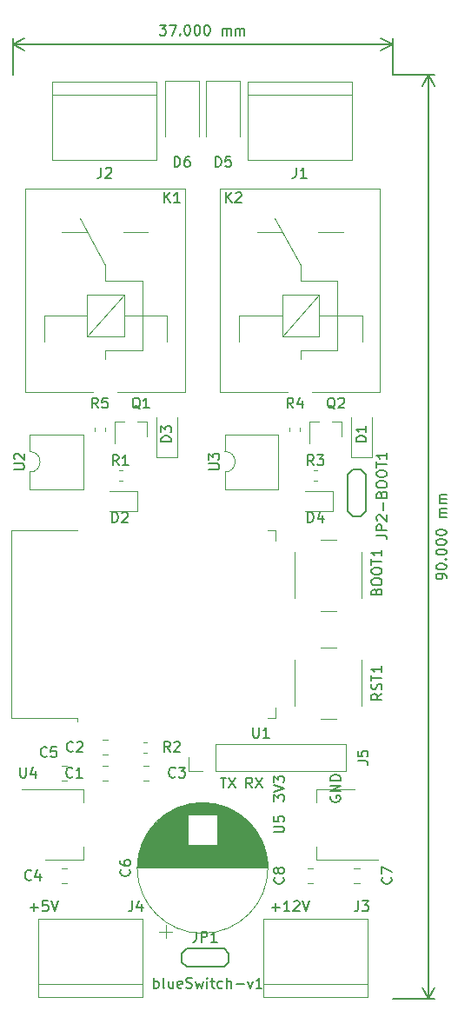
<source format=gbr>
%TF.GenerationSoftware,KiCad,Pcbnew,(5.1.6)-1*%
%TF.CreationDate,2020-08-04T14:24:57+05:30*%
%TF.ProjectId,ESP32-BLE-Relay-Control-Board,45535033-322d-4424-9c45-2d52656c6179,rev?*%
%TF.SameCoordinates,Original*%
%TF.FileFunction,Legend,Top*%
%TF.FilePolarity,Positive*%
%FSLAX46Y46*%
G04 Gerber Fmt 4.6, Leading zero omitted, Abs format (unit mm)*
G04 Created by KiCad (PCBNEW (5.1.6)-1) date 2020-08-04 14:24:57*
%MOMM*%
%LPD*%
G01*
G04 APERTURE LIST*
%ADD10C,0.150000*%
%ADD11C,0.120000*%
G04 APERTURE END LIST*
D10*
X114309523Y-65152380D02*
X114928571Y-65152380D01*
X114595238Y-65533333D01*
X114738095Y-65533333D01*
X114833333Y-65580952D01*
X114880952Y-65628571D01*
X114928571Y-65723809D01*
X114928571Y-65961904D01*
X114880952Y-66057142D01*
X114833333Y-66104761D01*
X114738095Y-66152380D01*
X114452380Y-66152380D01*
X114357142Y-66104761D01*
X114309523Y-66057142D01*
X115261904Y-65152380D02*
X115928571Y-65152380D01*
X115500000Y-66152380D01*
X116309523Y-66057142D02*
X116357142Y-66104761D01*
X116309523Y-66152380D01*
X116261904Y-66104761D01*
X116309523Y-66057142D01*
X116309523Y-66152380D01*
X116976190Y-65152380D02*
X117071428Y-65152380D01*
X117166666Y-65200000D01*
X117214285Y-65247619D01*
X117261904Y-65342857D01*
X117309523Y-65533333D01*
X117309523Y-65771428D01*
X117261904Y-65961904D01*
X117214285Y-66057142D01*
X117166666Y-66104761D01*
X117071428Y-66152380D01*
X116976190Y-66152380D01*
X116880952Y-66104761D01*
X116833333Y-66057142D01*
X116785714Y-65961904D01*
X116738095Y-65771428D01*
X116738095Y-65533333D01*
X116785714Y-65342857D01*
X116833333Y-65247619D01*
X116880952Y-65200000D01*
X116976190Y-65152380D01*
X117928571Y-65152380D02*
X118023809Y-65152380D01*
X118119047Y-65200000D01*
X118166666Y-65247619D01*
X118214285Y-65342857D01*
X118261904Y-65533333D01*
X118261904Y-65771428D01*
X118214285Y-65961904D01*
X118166666Y-66057142D01*
X118119047Y-66104761D01*
X118023809Y-66152380D01*
X117928571Y-66152380D01*
X117833333Y-66104761D01*
X117785714Y-66057142D01*
X117738095Y-65961904D01*
X117690476Y-65771428D01*
X117690476Y-65533333D01*
X117738095Y-65342857D01*
X117785714Y-65247619D01*
X117833333Y-65200000D01*
X117928571Y-65152380D01*
X118880952Y-65152380D02*
X118976190Y-65152380D01*
X119071428Y-65200000D01*
X119119047Y-65247619D01*
X119166666Y-65342857D01*
X119214285Y-65533333D01*
X119214285Y-65771428D01*
X119166666Y-65961904D01*
X119119047Y-66057142D01*
X119071428Y-66104761D01*
X118976190Y-66152380D01*
X118880952Y-66152380D01*
X118785714Y-66104761D01*
X118738095Y-66057142D01*
X118690476Y-65961904D01*
X118642857Y-65771428D01*
X118642857Y-65533333D01*
X118690476Y-65342857D01*
X118738095Y-65247619D01*
X118785714Y-65200000D01*
X118880952Y-65152380D01*
X120404761Y-66152380D02*
X120404761Y-65485714D01*
X120404761Y-65580952D02*
X120452380Y-65533333D01*
X120547619Y-65485714D01*
X120690476Y-65485714D01*
X120785714Y-65533333D01*
X120833333Y-65628571D01*
X120833333Y-66152380D01*
X120833333Y-65628571D02*
X120880952Y-65533333D01*
X120976190Y-65485714D01*
X121119047Y-65485714D01*
X121214285Y-65533333D01*
X121261904Y-65628571D01*
X121261904Y-66152380D01*
X121738095Y-66152380D02*
X121738095Y-65485714D01*
X121738095Y-65580952D02*
X121785714Y-65533333D01*
X121880952Y-65485714D01*
X122023809Y-65485714D01*
X122119047Y-65533333D01*
X122166666Y-65628571D01*
X122166666Y-66152380D01*
X122166666Y-65628571D02*
X122214285Y-65533333D01*
X122309523Y-65485714D01*
X122452380Y-65485714D01*
X122547619Y-65533333D01*
X122595238Y-65628571D01*
X122595238Y-66152380D01*
X100000000Y-67000000D02*
X137000000Y-67000000D01*
X100000000Y-70000000D02*
X100000000Y-66413579D01*
X137000000Y-70000000D02*
X137000000Y-66413579D01*
X137000000Y-67000000D02*
X135873496Y-67586421D01*
X137000000Y-67000000D02*
X135873496Y-66413579D01*
X100000000Y-67000000D02*
X101126504Y-67586421D01*
X100000000Y-67000000D02*
X101126504Y-66413579D01*
X142252380Y-119047619D02*
X142252380Y-118857142D01*
X142204761Y-118761904D01*
X142157142Y-118714285D01*
X142014285Y-118619047D01*
X141823809Y-118571428D01*
X141442857Y-118571428D01*
X141347619Y-118619047D01*
X141300000Y-118666666D01*
X141252380Y-118761904D01*
X141252380Y-118952380D01*
X141300000Y-119047619D01*
X141347619Y-119095238D01*
X141442857Y-119142857D01*
X141680952Y-119142857D01*
X141776190Y-119095238D01*
X141823809Y-119047619D01*
X141871428Y-118952380D01*
X141871428Y-118761904D01*
X141823809Y-118666666D01*
X141776190Y-118619047D01*
X141680952Y-118571428D01*
X141252380Y-117952380D02*
X141252380Y-117857142D01*
X141300000Y-117761904D01*
X141347619Y-117714285D01*
X141442857Y-117666666D01*
X141633333Y-117619047D01*
X141871428Y-117619047D01*
X142061904Y-117666666D01*
X142157142Y-117714285D01*
X142204761Y-117761904D01*
X142252380Y-117857142D01*
X142252380Y-117952380D01*
X142204761Y-118047619D01*
X142157142Y-118095238D01*
X142061904Y-118142857D01*
X141871428Y-118190476D01*
X141633333Y-118190476D01*
X141442857Y-118142857D01*
X141347619Y-118095238D01*
X141300000Y-118047619D01*
X141252380Y-117952380D01*
X142157142Y-117190476D02*
X142204761Y-117142857D01*
X142252380Y-117190476D01*
X142204761Y-117238095D01*
X142157142Y-117190476D01*
X142252380Y-117190476D01*
X141252380Y-116523809D02*
X141252380Y-116428571D01*
X141300000Y-116333333D01*
X141347619Y-116285714D01*
X141442857Y-116238095D01*
X141633333Y-116190476D01*
X141871428Y-116190476D01*
X142061904Y-116238095D01*
X142157142Y-116285714D01*
X142204761Y-116333333D01*
X142252380Y-116428571D01*
X142252380Y-116523809D01*
X142204761Y-116619047D01*
X142157142Y-116666666D01*
X142061904Y-116714285D01*
X141871428Y-116761904D01*
X141633333Y-116761904D01*
X141442857Y-116714285D01*
X141347619Y-116666666D01*
X141300000Y-116619047D01*
X141252380Y-116523809D01*
X141252380Y-115571428D02*
X141252380Y-115476190D01*
X141300000Y-115380952D01*
X141347619Y-115333333D01*
X141442857Y-115285714D01*
X141633333Y-115238095D01*
X141871428Y-115238095D01*
X142061904Y-115285714D01*
X142157142Y-115333333D01*
X142204761Y-115380952D01*
X142252380Y-115476190D01*
X142252380Y-115571428D01*
X142204761Y-115666666D01*
X142157142Y-115714285D01*
X142061904Y-115761904D01*
X141871428Y-115809523D01*
X141633333Y-115809523D01*
X141442857Y-115761904D01*
X141347619Y-115714285D01*
X141300000Y-115666666D01*
X141252380Y-115571428D01*
X141252380Y-114619047D02*
X141252380Y-114523809D01*
X141300000Y-114428571D01*
X141347619Y-114380952D01*
X141442857Y-114333333D01*
X141633333Y-114285714D01*
X141871428Y-114285714D01*
X142061904Y-114333333D01*
X142157142Y-114380952D01*
X142204761Y-114428571D01*
X142252380Y-114523809D01*
X142252380Y-114619047D01*
X142204761Y-114714285D01*
X142157142Y-114761904D01*
X142061904Y-114809523D01*
X141871428Y-114857142D01*
X141633333Y-114857142D01*
X141442857Y-114809523D01*
X141347619Y-114761904D01*
X141300000Y-114714285D01*
X141252380Y-114619047D01*
X142252380Y-113095238D02*
X141585714Y-113095238D01*
X141680952Y-113095238D02*
X141633333Y-113047619D01*
X141585714Y-112952380D01*
X141585714Y-112809523D01*
X141633333Y-112714285D01*
X141728571Y-112666666D01*
X142252380Y-112666666D01*
X141728571Y-112666666D02*
X141633333Y-112619047D01*
X141585714Y-112523809D01*
X141585714Y-112380952D01*
X141633333Y-112285714D01*
X141728571Y-112238095D01*
X142252380Y-112238095D01*
X142252380Y-111761904D02*
X141585714Y-111761904D01*
X141680952Y-111761904D02*
X141633333Y-111714285D01*
X141585714Y-111619047D01*
X141585714Y-111476190D01*
X141633333Y-111380952D01*
X141728571Y-111333333D01*
X142252380Y-111333333D01*
X141728571Y-111333333D02*
X141633333Y-111285714D01*
X141585714Y-111190476D01*
X141585714Y-111047619D01*
X141633333Y-110952380D01*
X141728571Y-110904761D01*
X142252380Y-110904761D01*
X140500000Y-160000000D02*
X140500000Y-70000000D01*
X137000000Y-160000000D02*
X141086421Y-160000000D01*
X137000000Y-70000000D02*
X141086421Y-70000000D01*
X140500000Y-70000000D02*
X141086421Y-71126504D01*
X140500000Y-70000000D02*
X139913579Y-71126504D01*
X140500000Y-160000000D02*
X141086421Y-158873496D01*
X140500000Y-160000000D02*
X139913579Y-158873496D01*
X125238095Y-151071428D02*
X126000000Y-151071428D01*
X125619047Y-151452380D02*
X125619047Y-150690476D01*
X127000000Y-151452380D02*
X126428571Y-151452380D01*
X126714285Y-151452380D02*
X126714285Y-150452380D01*
X126619047Y-150595238D01*
X126523809Y-150690476D01*
X126428571Y-150738095D01*
X127380952Y-150547619D02*
X127428571Y-150500000D01*
X127523809Y-150452380D01*
X127761904Y-150452380D01*
X127857142Y-150500000D01*
X127904761Y-150547619D01*
X127952380Y-150642857D01*
X127952380Y-150738095D01*
X127904761Y-150880952D01*
X127333333Y-151452380D01*
X127952380Y-151452380D01*
X128238095Y-150452380D02*
X128571428Y-151452380D01*
X128904761Y-150452380D01*
X101714285Y-151071428D02*
X102476190Y-151071428D01*
X102095238Y-151452380D02*
X102095238Y-150690476D01*
X103428571Y-150452380D02*
X102952380Y-150452380D01*
X102904761Y-150928571D01*
X102952380Y-150880952D01*
X103047619Y-150833333D01*
X103285714Y-150833333D01*
X103380952Y-150880952D01*
X103428571Y-150928571D01*
X103476190Y-151023809D01*
X103476190Y-151261904D01*
X103428571Y-151357142D01*
X103380952Y-151404761D01*
X103285714Y-151452380D01*
X103047619Y-151452380D01*
X102952380Y-151404761D01*
X102904761Y-151357142D01*
X103761904Y-150452380D02*
X104095238Y-151452380D01*
X104428571Y-150452380D01*
X113761904Y-158952380D02*
X113761904Y-157952380D01*
X113761904Y-158333333D02*
X113857142Y-158285714D01*
X114047619Y-158285714D01*
X114142857Y-158333333D01*
X114190476Y-158380952D01*
X114238095Y-158476190D01*
X114238095Y-158761904D01*
X114190476Y-158857142D01*
X114142857Y-158904761D01*
X114047619Y-158952380D01*
X113857142Y-158952380D01*
X113761904Y-158904761D01*
X114809523Y-158952380D02*
X114714285Y-158904761D01*
X114666666Y-158809523D01*
X114666666Y-157952380D01*
X115619047Y-158285714D02*
X115619047Y-158952380D01*
X115190476Y-158285714D02*
X115190476Y-158809523D01*
X115238095Y-158904761D01*
X115333333Y-158952380D01*
X115476190Y-158952380D01*
X115571428Y-158904761D01*
X115619047Y-158857142D01*
X116476190Y-158904761D02*
X116380952Y-158952380D01*
X116190476Y-158952380D01*
X116095238Y-158904761D01*
X116047619Y-158809523D01*
X116047619Y-158428571D01*
X116095238Y-158333333D01*
X116190476Y-158285714D01*
X116380952Y-158285714D01*
X116476190Y-158333333D01*
X116523809Y-158428571D01*
X116523809Y-158523809D01*
X116047619Y-158619047D01*
X116904761Y-158904761D02*
X117047619Y-158952380D01*
X117285714Y-158952380D01*
X117380952Y-158904761D01*
X117428571Y-158857142D01*
X117476190Y-158761904D01*
X117476190Y-158666666D01*
X117428571Y-158571428D01*
X117380952Y-158523809D01*
X117285714Y-158476190D01*
X117095238Y-158428571D01*
X117000000Y-158380952D01*
X116952380Y-158333333D01*
X116904761Y-158238095D01*
X116904761Y-158142857D01*
X116952380Y-158047619D01*
X117000000Y-158000000D01*
X117095238Y-157952380D01*
X117333333Y-157952380D01*
X117476190Y-158000000D01*
X117809523Y-158285714D02*
X118000000Y-158952380D01*
X118190476Y-158476190D01*
X118380952Y-158952380D01*
X118571428Y-158285714D01*
X118952380Y-158952380D02*
X118952380Y-158285714D01*
X118952380Y-157952380D02*
X118904761Y-158000000D01*
X118952380Y-158047619D01*
X119000000Y-158000000D01*
X118952380Y-157952380D01*
X118952380Y-158047619D01*
X119285714Y-158285714D02*
X119666666Y-158285714D01*
X119428571Y-157952380D02*
X119428571Y-158809523D01*
X119476190Y-158904761D01*
X119571428Y-158952380D01*
X119666666Y-158952380D01*
X120428571Y-158904761D02*
X120333333Y-158952380D01*
X120142857Y-158952380D01*
X120047619Y-158904761D01*
X120000000Y-158857142D01*
X119952380Y-158761904D01*
X119952380Y-158476190D01*
X120000000Y-158380952D01*
X120047619Y-158333333D01*
X120142857Y-158285714D01*
X120333333Y-158285714D01*
X120428571Y-158333333D01*
X120857142Y-158952380D02*
X120857142Y-157952380D01*
X121285714Y-158952380D02*
X121285714Y-158428571D01*
X121238095Y-158333333D01*
X121142857Y-158285714D01*
X121000000Y-158285714D01*
X120904761Y-158333333D01*
X120857142Y-158380952D01*
X121761904Y-158571428D02*
X122523809Y-158571428D01*
X122904761Y-158285714D02*
X123142857Y-158952380D01*
X123380952Y-158285714D01*
X124285714Y-158952380D02*
X123714285Y-158952380D01*
X124000000Y-158952380D02*
X124000000Y-157952380D01*
X123904761Y-158095238D01*
X123809523Y-158190476D01*
X123714285Y-158238095D01*
X131000000Y-140261904D02*
X130952380Y-140357142D01*
X130952380Y-140500000D01*
X131000000Y-140642857D01*
X131095238Y-140738095D01*
X131190476Y-140785714D01*
X131380952Y-140833333D01*
X131523809Y-140833333D01*
X131714285Y-140785714D01*
X131809523Y-140738095D01*
X131904761Y-140642857D01*
X131952380Y-140500000D01*
X131952380Y-140404761D01*
X131904761Y-140261904D01*
X131857142Y-140214285D01*
X131523809Y-140214285D01*
X131523809Y-140404761D01*
X131952380Y-139785714D02*
X130952380Y-139785714D01*
X131952380Y-139214285D01*
X130952380Y-139214285D01*
X131952380Y-138738095D02*
X130952380Y-138738095D01*
X130952380Y-138500000D01*
X131000000Y-138357142D01*
X131095238Y-138261904D01*
X131190476Y-138214285D01*
X131380952Y-138166666D01*
X131523809Y-138166666D01*
X131714285Y-138214285D01*
X131809523Y-138261904D01*
X131904761Y-138357142D01*
X131952380Y-138500000D01*
X131952380Y-138738095D01*
X125452380Y-140738095D02*
X125452380Y-140119047D01*
X125833333Y-140452380D01*
X125833333Y-140309523D01*
X125880952Y-140214285D01*
X125928571Y-140166666D01*
X126023809Y-140119047D01*
X126261904Y-140119047D01*
X126357142Y-140166666D01*
X126404761Y-140214285D01*
X126452380Y-140309523D01*
X126452380Y-140595238D01*
X126404761Y-140690476D01*
X126357142Y-140738095D01*
X125452380Y-139833333D02*
X126452380Y-139500000D01*
X125452380Y-139166666D01*
X125452380Y-138928571D02*
X125452380Y-138309523D01*
X125833333Y-138642857D01*
X125833333Y-138500000D01*
X125880952Y-138404761D01*
X125928571Y-138357142D01*
X126023809Y-138309523D01*
X126261904Y-138309523D01*
X126357142Y-138357142D01*
X126404761Y-138404761D01*
X126452380Y-138500000D01*
X126452380Y-138785714D01*
X126404761Y-138880952D01*
X126357142Y-138928571D01*
X123333333Y-139452380D02*
X123000000Y-138976190D01*
X122761904Y-139452380D02*
X122761904Y-138452380D01*
X123142857Y-138452380D01*
X123238095Y-138500000D01*
X123285714Y-138547619D01*
X123333333Y-138642857D01*
X123333333Y-138785714D01*
X123285714Y-138880952D01*
X123238095Y-138928571D01*
X123142857Y-138976190D01*
X122761904Y-138976190D01*
X123666666Y-138452380D02*
X124333333Y-139452380D01*
X124333333Y-138452380D02*
X123666666Y-139452380D01*
X120238095Y-138452380D02*
X120809523Y-138452380D01*
X120523809Y-139452380D02*
X120523809Y-138452380D01*
X121047619Y-138452380D02*
X121714285Y-139452380D01*
X121714285Y-138452380D02*
X121047619Y-139452380D01*
D11*
%TO.C,U5*%
X129590000Y-139590000D02*
X129590000Y-140850000D01*
X129590000Y-146410000D02*
X129590000Y-145150000D01*
X133350000Y-139590000D02*
X129590000Y-139590000D01*
X135600000Y-146410000D02*
X129590000Y-146410000D01*
%TO.C,R5*%
X107990000Y-104671267D02*
X107990000Y-104328733D01*
X109010000Y-104671267D02*
X109010000Y-104328733D01*
%TO.C,R4*%
X126990000Y-104671267D02*
X126990000Y-104328733D01*
X128010000Y-104671267D02*
X128010000Y-104328733D01*
%TO.C,C8*%
X128763748Y-147290000D02*
X129286252Y-147290000D01*
X128763748Y-148710000D02*
X129286252Y-148710000D01*
%TO.C,C7*%
X133263748Y-147290000D02*
X133786252Y-147290000D01*
X133263748Y-148710000D02*
X133786252Y-148710000D01*
D10*
%TO.C,JP2-BOOT1*%
X133100000Y-113030000D02*
X132600000Y-112530000D01*
X133900000Y-113030000D02*
X133100000Y-113030000D01*
X134400000Y-112530000D02*
X133900000Y-113030000D01*
X134400000Y-108930000D02*
X134400000Y-112530000D01*
X133900000Y-108430000D02*
X134400000Y-108930000D01*
X133100000Y-108430000D02*
X133900000Y-108430000D01*
X132600000Y-108930000D02*
X133100000Y-108430000D01*
X132600000Y-112530000D02*
X132600000Y-108930000D01*
D11*
%TO.C,J5*%
X117130000Y-137830000D02*
X117130000Y-136500000D01*
X118460000Y-137830000D02*
X117130000Y-137830000D01*
X119730000Y-137830000D02*
X119730000Y-135170000D01*
X119730000Y-135170000D02*
X132490000Y-135170000D01*
X119730000Y-137830000D02*
X132490000Y-137830000D01*
X132490000Y-137830000D02*
X132490000Y-135170000D01*
%TO.C,D6*%
X118150000Y-70600000D02*
X118150000Y-76000000D01*
X114850000Y-70600000D02*
X114850000Y-76000000D01*
X118150000Y-70600000D02*
X114850000Y-70600000D01*
%TO.C,D5*%
X122150000Y-70600000D02*
X122150000Y-76000000D01*
X118850000Y-70600000D02*
X118850000Y-76000000D01*
X122150000Y-70600000D02*
X118850000Y-70600000D01*
%TO.C,U4*%
X100900000Y-139590000D02*
X106910000Y-139590000D01*
X103150000Y-146410000D02*
X106910000Y-146410000D01*
X106910000Y-139590000D02*
X106910000Y-140850000D01*
X106910000Y-146410000D02*
X106910000Y-145150000D01*
D10*
%TO.C,JP1*%
X121070000Y-156400000D02*
X120570000Y-156900000D01*
X121070000Y-155600000D02*
X121070000Y-156400000D01*
X120570000Y-155100000D02*
X121070000Y-155600000D01*
X116970000Y-155100000D02*
X120570000Y-155100000D01*
X116470000Y-155600000D02*
X116970000Y-155100000D01*
X116470000Y-156400000D02*
X116470000Y-155600000D01*
X116970000Y-156900000D02*
X116470000Y-156400000D01*
X120570000Y-156900000D02*
X116970000Y-156900000D01*
D11*
%TO.C,J4*%
X102460000Y-159810000D02*
X112620000Y-159810000D01*
X102460000Y-152190000D02*
X102460000Y-159810000D01*
X112620000Y-152190000D02*
X102460000Y-152190000D01*
X112620000Y-159810000D02*
X112620000Y-152190000D01*
X112620000Y-158540000D02*
X102460000Y-158540000D01*
%TO.C,J3*%
X124460000Y-159810000D02*
X134620000Y-159810000D01*
X124460000Y-152190000D02*
X124460000Y-159810000D01*
X134620000Y-152190000D02*
X124460000Y-152190000D01*
X134620000Y-159810000D02*
X134620000Y-152190000D01*
X134620000Y-158540000D02*
X124460000Y-158540000D01*
%TO.C,J2*%
X114040000Y-70690000D02*
X103880000Y-70690000D01*
X114040000Y-78310000D02*
X114040000Y-70690000D01*
X103880000Y-78310000D02*
X114040000Y-78310000D01*
X103880000Y-70690000D02*
X103880000Y-78310000D01*
X103880000Y-71960000D02*
X114040000Y-71960000D01*
%TO.C,J1*%
X133040000Y-70690000D02*
X122880000Y-70690000D01*
X133040000Y-78310000D02*
X133040000Y-70690000D01*
X122880000Y-78310000D02*
X133040000Y-78310000D01*
X122880000Y-70690000D02*
X122880000Y-78310000D01*
X122880000Y-71960000D02*
X133040000Y-71960000D01*
%TO.C,C6*%
X114300000Y-153442082D02*
X115550000Y-153442082D01*
X114925000Y-154067082D02*
X114925000Y-152817082D01*
X118183000Y-140889000D02*
X118817000Y-140889000D01*
X117743000Y-140929000D02*
X119257000Y-140929000D01*
X117472000Y-140969000D02*
X119528000Y-140969000D01*
X117259000Y-141009000D02*
X119741000Y-141009000D01*
X117078000Y-141049000D02*
X119922000Y-141049000D01*
X116917000Y-141089000D02*
X120083000Y-141089000D01*
X116772000Y-141129000D02*
X120228000Y-141129000D01*
X116639000Y-141169000D02*
X120361000Y-141169000D01*
X116516000Y-141209000D02*
X120484000Y-141209000D01*
X116400000Y-141249000D02*
X120600000Y-141249000D01*
X116291000Y-141289000D02*
X120709000Y-141289000D01*
X116188000Y-141329000D02*
X120812000Y-141329000D01*
X116090000Y-141369000D02*
X120910000Y-141369000D01*
X115996000Y-141409000D02*
X121004000Y-141409000D01*
X115906000Y-141449000D02*
X121094000Y-141449000D01*
X115819000Y-141489000D02*
X121181000Y-141489000D01*
X115736000Y-141529000D02*
X121264000Y-141529000D01*
X115656000Y-141569000D02*
X121344000Y-141569000D01*
X115579000Y-141609000D02*
X121421000Y-141609000D01*
X115504000Y-141649000D02*
X121496000Y-141649000D01*
X115431000Y-141689000D02*
X121569000Y-141689000D01*
X115360000Y-141729000D02*
X121640000Y-141729000D01*
X115292000Y-141769000D02*
X121708000Y-141769000D01*
X115225000Y-141809000D02*
X121775000Y-141809000D01*
X115161000Y-141849000D02*
X121839000Y-141849000D01*
X115098000Y-141889000D02*
X121902000Y-141889000D01*
X115036000Y-141929000D02*
X121964000Y-141929000D01*
X114976000Y-141969000D02*
X122024000Y-141969000D01*
X114917000Y-142009000D02*
X122083000Y-142009000D01*
X114860000Y-142049000D02*
X122140000Y-142049000D01*
X119940000Y-142089000D02*
X122196000Y-142089000D01*
X114804000Y-142089000D02*
X117060000Y-142089000D01*
X119940000Y-142129000D02*
X122250000Y-142129000D01*
X114750000Y-142129000D02*
X117060000Y-142129000D01*
X119940000Y-142169000D02*
X122304000Y-142169000D01*
X114696000Y-142169000D02*
X117060000Y-142169000D01*
X119940000Y-142209000D02*
X122356000Y-142209000D01*
X114644000Y-142209000D02*
X117060000Y-142209000D01*
X119940000Y-142249000D02*
X122407000Y-142249000D01*
X114593000Y-142249000D02*
X117060000Y-142249000D01*
X119940000Y-142289000D02*
X122457000Y-142289000D01*
X114543000Y-142289000D02*
X117060000Y-142289000D01*
X119940000Y-142329000D02*
X122507000Y-142329000D01*
X114493000Y-142329000D02*
X117060000Y-142329000D01*
X119940000Y-142369000D02*
X122555000Y-142369000D01*
X114445000Y-142369000D02*
X117060000Y-142369000D01*
X119940000Y-142409000D02*
X122602000Y-142409000D01*
X114398000Y-142409000D02*
X117060000Y-142409000D01*
X119940000Y-142449000D02*
X122648000Y-142449000D01*
X114352000Y-142449000D02*
X117060000Y-142449000D01*
X119940000Y-142489000D02*
X122694000Y-142489000D01*
X114306000Y-142489000D02*
X117060000Y-142489000D01*
X119940000Y-142529000D02*
X122738000Y-142529000D01*
X114262000Y-142529000D02*
X117060000Y-142529000D01*
X119940000Y-142569000D02*
X122782000Y-142569000D01*
X114218000Y-142569000D02*
X117060000Y-142569000D01*
X119940000Y-142609000D02*
X122825000Y-142609000D01*
X114175000Y-142609000D02*
X117060000Y-142609000D01*
X119940000Y-142649000D02*
X122867000Y-142649000D01*
X114133000Y-142649000D02*
X117060000Y-142649000D01*
X119940000Y-142689000D02*
X122908000Y-142689000D01*
X114092000Y-142689000D02*
X117060000Y-142689000D01*
X119940000Y-142729000D02*
X122949000Y-142729000D01*
X114051000Y-142729000D02*
X117060000Y-142729000D01*
X119940000Y-142769000D02*
X122989000Y-142769000D01*
X114011000Y-142769000D02*
X117060000Y-142769000D01*
X119940000Y-142809000D02*
X123028000Y-142809000D01*
X113972000Y-142809000D02*
X117060000Y-142809000D01*
X119940000Y-142849000D02*
X123067000Y-142849000D01*
X113933000Y-142849000D02*
X117060000Y-142849000D01*
X119940000Y-142889000D02*
X123105000Y-142889000D01*
X113895000Y-142889000D02*
X117060000Y-142889000D01*
X119940000Y-142929000D02*
X123142000Y-142929000D01*
X113858000Y-142929000D02*
X117060000Y-142929000D01*
X119940000Y-142969000D02*
X123178000Y-142969000D01*
X113822000Y-142969000D02*
X117060000Y-142969000D01*
X119940000Y-143009000D02*
X123214000Y-143009000D01*
X113786000Y-143009000D02*
X117060000Y-143009000D01*
X119940000Y-143049000D02*
X123250000Y-143049000D01*
X113750000Y-143049000D02*
X117060000Y-143049000D01*
X119940000Y-143089000D02*
X123285000Y-143089000D01*
X113715000Y-143089000D02*
X117060000Y-143089000D01*
X119940000Y-143129000D02*
X123319000Y-143129000D01*
X113681000Y-143129000D02*
X117060000Y-143129000D01*
X119940000Y-143169000D02*
X123352000Y-143169000D01*
X113648000Y-143169000D02*
X117060000Y-143169000D01*
X119940000Y-143209000D02*
X123385000Y-143209000D01*
X113615000Y-143209000D02*
X117060000Y-143209000D01*
X119940000Y-143249000D02*
X123418000Y-143249000D01*
X113582000Y-143249000D02*
X117060000Y-143249000D01*
X119940000Y-143289000D02*
X123450000Y-143289000D01*
X113550000Y-143289000D02*
X117060000Y-143289000D01*
X119940000Y-143329000D02*
X123482000Y-143329000D01*
X113518000Y-143329000D02*
X117060000Y-143329000D01*
X119940000Y-143369000D02*
X123512000Y-143369000D01*
X113488000Y-143369000D02*
X117060000Y-143369000D01*
X119940000Y-143409000D02*
X123543000Y-143409000D01*
X113457000Y-143409000D02*
X117060000Y-143409000D01*
X119940000Y-143449000D02*
X123573000Y-143449000D01*
X113427000Y-143449000D02*
X117060000Y-143449000D01*
X119940000Y-143489000D02*
X123602000Y-143489000D01*
X113398000Y-143489000D02*
X117060000Y-143489000D01*
X119940000Y-143529000D02*
X123631000Y-143529000D01*
X113369000Y-143529000D02*
X117060000Y-143529000D01*
X119940000Y-143569000D02*
X123660000Y-143569000D01*
X113340000Y-143569000D02*
X117060000Y-143569000D01*
X119940000Y-143609000D02*
X123688000Y-143609000D01*
X113312000Y-143609000D02*
X117060000Y-143609000D01*
X119940000Y-143649000D02*
X123716000Y-143649000D01*
X113284000Y-143649000D02*
X117060000Y-143649000D01*
X119940000Y-143689000D02*
X123743000Y-143689000D01*
X113257000Y-143689000D02*
X117060000Y-143689000D01*
X119940000Y-143729000D02*
X123770000Y-143729000D01*
X113230000Y-143729000D02*
X117060000Y-143729000D01*
X119940000Y-143769000D02*
X123796000Y-143769000D01*
X113204000Y-143769000D02*
X117060000Y-143769000D01*
X119940000Y-143809000D02*
X123822000Y-143809000D01*
X113178000Y-143809000D02*
X117060000Y-143809000D01*
X119940000Y-143849000D02*
X123847000Y-143849000D01*
X113153000Y-143849000D02*
X117060000Y-143849000D01*
X119940000Y-143889000D02*
X123872000Y-143889000D01*
X113128000Y-143889000D02*
X117060000Y-143889000D01*
X119940000Y-143929000D02*
X123897000Y-143929000D01*
X113103000Y-143929000D02*
X117060000Y-143929000D01*
X119940000Y-143969000D02*
X123921000Y-143969000D01*
X113079000Y-143969000D02*
X117060000Y-143969000D01*
X119940000Y-144009000D02*
X123945000Y-144009000D01*
X113055000Y-144009000D02*
X117060000Y-144009000D01*
X119940000Y-144049000D02*
X123968000Y-144049000D01*
X113032000Y-144049000D02*
X117060000Y-144049000D01*
X119940000Y-144089000D02*
X123991000Y-144089000D01*
X113009000Y-144089000D02*
X117060000Y-144089000D01*
X119940000Y-144129000D02*
X124014000Y-144129000D01*
X112986000Y-144129000D02*
X117060000Y-144129000D01*
X119940000Y-144169000D02*
X124036000Y-144169000D01*
X112964000Y-144169000D02*
X117060000Y-144169000D01*
X119940000Y-144209000D02*
X124058000Y-144209000D01*
X112942000Y-144209000D02*
X117060000Y-144209000D01*
X119940000Y-144249000D02*
X124080000Y-144249000D01*
X112920000Y-144249000D02*
X117060000Y-144249000D01*
X119940000Y-144289000D02*
X124101000Y-144289000D01*
X112899000Y-144289000D02*
X117060000Y-144289000D01*
X119940000Y-144329000D02*
X124122000Y-144329000D01*
X112878000Y-144329000D02*
X117060000Y-144329000D01*
X119940000Y-144369000D02*
X124142000Y-144369000D01*
X112858000Y-144369000D02*
X117060000Y-144369000D01*
X119940000Y-144409000D02*
X124162000Y-144409000D01*
X112838000Y-144409000D02*
X117060000Y-144409000D01*
X119940000Y-144449000D02*
X124182000Y-144449000D01*
X112818000Y-144449000D02*
X117060000Y-144449000D01*
X119940000Y-144489000D02*
X124202000Y-144489000D01*
X112798000Y-144489000D02*
X117060000Y-144489000D01*
X119940000Y-144529000D02*
X124221000Y-144529000D01*
X112779000Y-144529000D02*
X117060000Y-144529000D01*
X119940000Y-144569000D02*
X124239000Y-144569000D01*
X112761000Y-144569000D02*
X117060000Y-144569000D01*
X119940000Y-144609000D02*
X124258000Y-144609000D01*
X112742000Y-144609000D02*
X117060000Y-144609000D01*
X119940000Y-144649000D02*
X124276000Y-144649000D01*
X112724000Y-144649000D02*
X117060000Y-144649000D01*
X119940000Y-144689000D02*
X124293000Y-144689000D01*
X112707000Y-144689000D02*
X117060000Y-144689000D01*
X119940000Y-144729000D02*
X124311000Y-144729000D01*
X112689000Y-144729000D02*
X117060000Y-144729000D01*
X119940000Y-144769000D02*
X124328000Y-144769000D01*
X112672000Y-144769000D02*
X117060000Y-144769000D01*
X119940000Y-144809000D02*
X124345000Y-144809000D01*
X112655000Y-144809000D02*
X117060000Y-144809000D01*
X119940000Y-144849000D02*
X124361000Y-144849000D01*
X112639000Y-144849000D02*
X117060000Y-144849000D01*
X119940000Y-144889000D02*
X124377000Y-144889000D01*
X112623000Y-144889000D02*
X117060000Y-144889000D01*
X119940000Y-144929000D02*
X124393000Y-144929000D01*
X112607000Y-144929000D02*
X117060000Y-144929000D01*
X112592000Y-144969000D02*
X124408000Y-144969000D01*
X112576000Y-145009000D02*
X124424000Y-145009000D01*
X112561000Y-145049000D02*
X124439000Y-145049000D01*
X112547000Y-145089000D02*
X124453000Y-145089000D01*
X112533000Y-145129000D02*
X124467000Y-145129000D01*
X112519000Y-145169000D02*
X124481000Y-145169000D01*
X112505000Y-145209000D02*
X124495000Y-145209000D01*
X112492000Y-145249000D02*
X124508000Y-145249000D01*
X112479000Y-145289000D02*
X124521000Y-145289000D01*
X112466000Y-145329000D02*
X124534000Y-145329000D01*
X112453000Y-145369000D02*
X124547000Y-145369000D01*
X112441000Y-145409000D02*
X124559000Y-145409000D01*
X112429000Y-145449000D02*
X124571000Y-145449000D01*
X112417000Y-145489000D02*
X124583000Y-145489000D01*
X112406000Y-145529000D02*
X124594000Y-145529000D01*
X112395000Y-145569000D02*
X124605000Y-145569000D01*
X112384000Y-145609000D02*
X124616000Y-145609000D01*
X112374000Y-145649000D02*
X124626000Y-145649000D01*
X112363000Y-145689000D02*
X124637000Y-145689000D01*
X112354000Y-145729000D02*
X124646000Y-145729000D01*
X112344000Y-145769000D02*
X124656000Y-145769000D01*
X112334000Y-145809000D02*
X124666000Y-145809000D01*
X112325000Y-145849000D02*
X124675000Y-145849000D01*
X112316000Y-145889000D02*
X124684000Y-145889000D01*
X112308000Y-145929000D02*
X124692000Y-145929000D01*
X112299000Y-145969000D02*
X124701000Y-145969000D01*
X112291000Y-146009000D02*
X124709000Y-146009000D01*
X112284000Y-146049000D02*
X124716000Y-146049000D01*
X112276000Y-146089000D02*
X124724000Y-146089000D01*
X112269000Y-146129000D02*
X124731000Y-146129000D01*
X112262000Y-146169000D02*
X124738000Y-146169000D01*
X112255000Y-146209000D02*
X124745000Y-146209000D01*
X112248000Y-146249000D02*
X124752000Y-146249000D01*
X112242000Y-146289000D02*
X124758000Y-146289000D01*
X112236000Y-146329000D02*
X124764000Y-146329000D01*
X112231000Y-146369000D02*
X124769000Y-146369000D01*
X112225000Y-146409000D02*
X124775000Y-146409000D01*
X112220000Y-146449000D02*
X124780000Y-146449000D01*
X112215000Y-146489000D02*
X124785000Y-146489000D01*
X112210000Y-146529000D02*
X124790000Y-146529000D01*
X112206000Y-146570000D02*
X124794000Y-146570000D01*
X112202000Y-146610000D02*
X124798000Y-146610000D01*
X112198000Y-146650000D02*
X124802000Y-146650000D01*
X112194000Y-146690000D02*
X124806000Y-146690000D01*
X112191000Y-146730000D02*
X124809000Y-146730000D01*
X112188000Y-146770000D02*
X124812000Y-146770000D01*
X112185000Y-146810000D02*
X124815000Y-146810000D01*
X112182000Y-146850000D02*
X124818000Y-146850000D01*
X112180000Y-146890000D02*
X124820000Y-146890000D01*
X112178000Y-146930000D02*
X124822000Y-146930000D01*
X112176000Y-146970000D02*
X124824000Y-146970000D01*
X112174000Y-147010000D02*
X124826000Y-147010000D01*
X112173000Y-147050000D02*
X124827000Y-147050000D01*
X112172000Y-147090000D02*
X124828000Y-147090000D01*
X112171000Y-147130000D02*
X124829000Y-147130000D01*
X112170000Y-147170000D02*
X124830000Y-147170000D01*
X112170000Y-147210000D02*
X124830000Y-147210000D01*
X112170000Y-147250000D02*
X124830000Y-147250000D01*
X124870000Y-147250000D02*
G75*
G03*
X124870000Y-147250000I-6370000J0D01*
G01*
%TO.C,C5*%
X104763748Y-138710000D02*
X105286252Y-138710000D01*
X104763748Y-137290000D02*
X105286252Y-137290000D01*
%TO.C,C4*%
X104738748Y-148710000D02*
X105261252Y-148710000D01*
X104738748Y-147290000D02*
X105261252Y-147290000D01*
%TO.C,U1*%
X124855000Y-132620000D02*
X125635000Y-132620000D01*
X125635000Y-132620000D02*
X125635000Y-131620000D01*
X124855000Y-114380000D02*
X125635000Y-114380000D01*
X125635000Y-114380000D02*
X125635000Y-115380000D01*
X99890000Y-132620000D02*
X99890000Y-114380000D01*
X99890000Y-114380000D02*
X106310000Y-114380000D01*
X99890000Y-132620000D02*
X106310000Y-132620000D01*
X106310000Y-132620000D02*
X106310000Y-133000000D01*
%TO.C,BOOT1*%
X131500000Y-115250000D02*
X130000000Y-115250000D01*
X127500000Y-116500000D02*
X127500000Y-121000000D01*
X130000000Y-122250000D02*
X131500000Y-122250000D01*
X134000000Y-121000000D02*
X134000000Y-116500000D01*
%TO.C,RST1*%
X131500000Y-125750000D02*
X130000000Y-125750000D01*
X127500000Y-127000000D02*
X127500000Y-131500000D01*
X130000000Y-132750000D02*
X131500000Y-132750000D01*
X134000000Y-131500000D02*
X134000000Y-127000000D01*
%TO.C,D3*%
X114000000Y-107250000D02*
X114000000Y-103350000D01*
X116000000Y-107250000D02*
X116000000Y-103350000D01*
X114000000Y-107250000D02*
X116000000Y-107250000D01*
%TO.C,D1*%
X133000000Y-107250000D02*
X133000000Y-103350000D01*
X135000000Y-107250000D02*
X135000000Y-103350000D01*
X133000000Y-107250000D02*
X135000000Y-107250000D01*
%TO.C,U3*%
X120670000Y-105040000D02*
X120670000Y-106690000D01*
X125870000Y-105040000D02*
X120670000Y-105040000D01*
X125870000Y-110340000D02*
X125870000Y-105040000D01*
X120670000Y-110340000D02*
X125870000Y-110340000D01*
X120670000Y-108690000D02*
X120670000Y-110340000D01*
X120670000Y-106690000D02*
G75*
G02*
X120670000Y-108690000I0J-1000000D01*
G01*
%TO.C,R3*%
X129328733Y-109510000D02*
X129671267Y-109510000D01*
X129328733Y-108490000D02*
X129671267Y-108490000D01*
%TO.C,Q2*%
X132080000Y-103740000D02*
X132080000Y-105200000D01*
X128920000Y-103740000D02*
X128920000Y-105900000D01*
X128920000Y-103740000D02*
X129850000Y-103740000D01*
X132080000Y-103740000D02*
X131150000Y-103740000D01*
%TO.C,K2*%
X129850000Y-91450000D02*
X129850000Y-95450000D01*
X126250000Y-91450000D02*
X129850000Y-91450000D01*
X126250000Y-95450000D02*
X126250000Y-91450000D01*
X129850000Y-95450000D02*
X126250000Y-95450000D01*
X129850000Y-91450000D02*
X126250000Y-95450000D01*
X129850000Y-93450000D02*
X134050000Y-93450000D01*
X122050000Y-93450000D02*
X126250000Y-93450000D01*
X128050000Y-96850000D02*
X131650000Y-96850000D01*
X128050000Y-90050000D02*
X131650000Y-90050000D01*
X131650000Y-90050000D02*
X131650000Y-96850000D01*
X128050000Y-88550000D02*
X125550000Y-83950000D01*
X128050000Y-90050000D02*
X128050000Y-88550000D01*
X122050000Y-93450000D02*
X122050000Y-95950000D01*
X128050000Y-96850000D02*
X128050000Y-97650000D01*
X134050000Y-95950000D02*
X134050000Y-93450000D01*
X123800000Y-85350000D02*
X126300000Y-85350000D01*
X132200000Y-85350000D02*
X129750000Y-85350000D01*
X135800000Y-81100000D02*
X135800000Y-100900000D01*
X120200000Y-81100000D02*
X135800000Y-81100000D01*
X120200000Y-100900000D02*
X120200000Y-81100000D01*
X120200000Y-100900000D02*
X126800000Y-100900000D01*
X129200000Y-100900000D02*
X135800000Y-100900000D01*
%TO.C,D4*%
X131185000Y-110540000D02*
X128500000Y-110540000D01*
X131185000Y-112460000D02*
X131185000Y-110540000D01*
X128500000Y-112460000D02*
X131185000Y-112460000D01*
%TO.C,C3*%
X113261252Y-138710000D02*
X112738748Y-138710000D01*
X113261252Y-137290000D02*
X112738748Y-137290000D01*
%TO.C,C2*%
X109286252Y-136210000D02*
X108763748Y-136210000D01*
X109286252Y-134790000D02*
X108763748Y-134790000D01*
%TO.C,C1*%
X109261252Y-138710000D02*
X108738748Y-138710000D01*
X109261252Y-137290000D02*
X108738748Y-137290000D01*
%TO.C,R2*%
X113046267Y-136010000D02*
X112703733Y-136010000D01*
X113046267Y-134990000D02*
X112703733Y-134990000D01*
%TO.C,U2*%
X101670000Y-108690000D02*
X101670000Y-110340000D01*
X101670000Y-110340000D02*
X106870000Y-110340000D01*
X106870000Y-110340000D02*
X106870000Y-105040000D01*
X106870000Y-105040000D02*
X101670000Y-105040000D01*
X101670000Y-105040000D02*
X101670000Y-106690000D01*
X101670000Y-106690000D02*
G75*
G02*
X101670000Y-108690000I0J-1000000D01*
G01*
%TO.C,R1*%
X110328733Y-108490000D02*
X110671267Y-108490000D01*
X110328733Y-109510000D02*
X110671267Y-109510000D01*
%TO.C,Q1*%
X113080000Y-103740000D02*
X112150000Y-103740000D01*
X109920000Y-103740000D02*
X110850000Y-103740000D01*
X109920000Y-103740000D02*
X109920000Y-105900000D01*
X113080000Y-103740000D02*
X113080000Y-105200000D01*
%TO.C,K1*%
X110200000Y-100900000D02*
X116800000Y-100900000D01*
X101200000Y-100900000D02*
X107800000Y-100900000D01*
X101200000Y-100900000D02*
X101200000Y-81100000D01*
X101200000Y-81100000D02*
X116800000Y-81100000D01*
X116800000Y-81100000D02*
X116800000Y-100900000D01*
X113200000Y-85350000D02*
X110750000Y-85350000D01*
X104800000Y-85350000D02*
X107300000Y-85350000D01*
X115050000Y-95950000D02*
X115050000Y-93450000D01*
X109050000Y-96850000D02*
X109050000Y-97650000D01*
X103050000Y-93450000D02*
X103050000Y-95950000D01*
X109050000Y-90050000D02*
X109050000Y-88550000D01*
X109050000Y-88550000D02*
X106550000Y-83950000D01*
X112650000Y-90050000D02*
X112650000Y-96850000D01*
X109050000Y-90050000D02*
X112650000Y-90050000D01*
X109050000Y-96850000D02*
X112650000Y-96850000D01*
X103050000Y-93450000D02*
X107250000Y-93450000D01*
X110850000Y-93450000D02*
X115050000Y-93450000D01*
X110850000Y-91450000D02*
X107250000Y-95450000D01*
X110850000Y-95450000D02*
X107250000Y-95450000D01*
X107250000Y-95450000D02*
X107250000Y-91450000D01*
X107250000Y-91450000D02*
X110850000Y-91450000D01*
X110850000Y-91450000D02*
X110850000Y-95450000D01*
%TO.C,D2*%
X109437500Y-112460000D02*
X112122500Y-112460000D01*
X112122500Y-112460000D02*
X112122500Y-110540000D01*
X112122500Y-110540000D02*
X109437500Y-110540000D01*
%TO.C,U5*%
D10*
X125452380Y-143761904D02*
X126261904Y-143761904D01*
X126357142Y-143714285D01*
X126404761Y-143666666D01*
X126452380Y-143571428D01*
X126452380Y-143380952D01*
X126404761Y-143285714D01*
X126357142Y-143238095D01*
X126261904Y-143190476D01*
X125452380Y-143190476D01*
X125452380Y-142238095D02*
X125452380Y-142714285D01*
X125928571Y-142761904D01*
X125880952Y-142714285D01*
X125833333Y-142619047D01*
X125833333Y-142380952D01*
X125880952Y-142285714D01*
X125928571Y-142238095D01*
X126023809Y-142190476D01*
X126261904Y-142190476D01*
X126357142Y-142238095D01*
X126404761Y-142285714D01*
X126452380Y-142380952D01*
X126452380Y-142619047D01*
X126404761Y-142714285D01*
X126357142Y-142761904D01*
%TO.C,R5*%
X108333333Y-102452380D02*
X108000000Y-101976190D01*
X107761904Y-102452380D02*
X107761904Y-101452380D01*
X108142857Y-101452380D01*
X108238095Y-101500000D01*
X108285714Y-101547619D01*
X108333333Y-101642857D01*
X108333333Y-101785714D01*
X108285714Y-101880952D01*
X108238095Y-101928571D01*
X108142857Y-101976190D01*
X107761904Y-101976190D01*
X109238095Y-101452380D02*
X108761904Y-101452380D01*
X108714285Y-101928571D01*
X108761904Y-101880952D01*
X108857142Y-101833333D01*
X109095238Y-101833333D01*
X109190476Y-101880952D01*
X109238095Y-101928571D01*
X109285714Y-102023809D01*
X109285714Y-102261904D01*
X109238095Y-102357142D01*
X109190476Y-102404761D01*
X109095238Y-102452380D01*
X108857142Y-102452380D01*
X108761904Y-102404761D01*
X108714285Y-102357142D01*
%TO.C,R4*%
X127333333Y-102452380D02*
X127000000Y-101976190D01*
X126761904Y-102452380D02*
X126761904Y-101452380D01*
X127142857Y-101452380D01*
X127238095Y-101500000D01*
X127285714Y-101547619D01*
X127333333Y-101642857D01*
X127333333Y-101785714D01*
X127285714Y-101880952D01*
X127238095Y-101928571D01*
X127142857Y-101976190D01*
X126761904Y-101976190D01*
X128190476Y-101785714D02*
X128190476Y-102452380D01*
X127952380Y-101404761D02*
X127714285Y-102119047D01*
X128333333Y-102119047D01*
%TO.C,C8*%
X126357142Y-148166666D02*
X126404761Y-148214285D01*
X126452380Y-148357142D01*
X126452380Y-148452380D01*
X126404761Y-148595238D01*
X126309523Y-148690476D01*
X126214285Y-148738095D01*
X126023809Y-148785714D01*
X125880952Y-148785714D01*
X125690476Y-148738095D01*
X125595238Y-148690476D01*
X125500000Y-148595238D01*
X125452380Y-148452380D01*
X125452380Y-148357142D01*
X125500000Y-148214285D01*
X125547619Y-148166666D01*
X125880952Y-147595238D02*
X125833333Y-147690476D01*
X125785714Y-147738095D01*
X125690476Y-147785714D01*
X125642857Y-147785714D01*
X125547619Y-147738095D01*
X125500000Y-147690476D01*
X125452380Y-147595238D01*
X125452380Y-147404761D01*
X125500000Y-147309523D01*
X125547619Y-147261904D01*
X125642857Y-147214285D01*
X125690476Y-147214285D01*
X125785714Y-147261904D01*
X125833333Y-147309523D01*
X125880952Y-147404761D01*
X125880952Y-147595238D01*
X125928571Y-147690476D01*
X125976190Y-147738095D01*
X126071428Y-147785714D01*
X126261904Y-147785714D01*
X126357142Y-147738095D01*
X126404761Y-147690476D01*
X126452380Y-147595238D01*
X126452380Y-147404761D01*
X126404761Y-147309523D01*
X126357142Y-147261904D01*
X126261904Y-147214285D01*
X126071428Y-147214285D01*
X125976190Y-147261904D01*
X125928571Y-147309523D01*
X125880952Y-147404761D01*
%TO.C,C7*%
X136857142Y-148166666D02*
X136904761Y-148214285D01*
X136952380Y-148357142D01*
X136952380Y-148452380D01*
X136904761Y-148595238D01*
X136809523Y-148690476D01*
X136714285Y-148738095D01*
X136523809Y-148785714D01*
X136380952Y-148785714D01*
X136190476Y-148738095D01*
X136095238Y-148690476D01*
X136000000Y-148595238D01*
X135952380Y-148452380D01*
X135952380Y-148357142D01*
X136000000Y-148214285D01*
X136047619Y-148166666D01*
X135952380Y-147833333D02*
X135952380Y-147166666D01*
X136952380Y-147595238D01*
%TO.C,JP2-BOOT1*%
X135452380Y-114857142D02*
X136166666Y-114857142D01*
X136309523Y-114904761D01*
X136404761Y-115000000D01*
X136452380Y-115142857D01*
X136452380Y-115238095D01*
X136452380Y-114380952D02*
X135452380Y-114380952D01*
X135452380Y-114000000D01*
X135500000Y-113904761D01*
X135547619Y-113857142D01*
X135642857Y-113809523D01*
X135785714Y-113809523D01*
X135880952Y-113857142D01*
X135928571Y-113904761D01*
X135976190Y-114000000D01*
X135976190Y-114380952D01*
X135547619Y-113428571D02*
X135500000Y-113380952D01*
X135452380Y-113285714D01*
X135452380Y-113047619D01*
X135500000Y-112952380D01*
X135547619Y-112904761D01*
X135642857Y-112857142D01*
X135738095Y-112857142D01*
X135880952Y-112904761D01*
X136452380Y-113476190D01*
X136452380Y-112857142D01*
X136071428Y-112428571D02*
X136071428Y-111666666D01*
X135928571Y-110857142D02*
X135976190Y-110714285D01*
X136023809Y-110666666D01*
X136119047Y-110619047D01*
X136261904Y-110619047D01*
X136357142Y-110666666D01*
X136404761Y-110714285D01*
X136452380Y-110809523D01*
X136452380Y-111190476D01*
X135452380Y-111190476D01*
X135452380Y-110857142D01*
X135500000Y-110761904D01*
X135547619Y-110714285D01*
X135642857Y-110666666D01*
X135738095Y-110666666D01*
X135833333Y-110714285D01*
X135880952Y-110761904D01*
X135928571Y-110857142D01*
X135928571Y-111190476D01*
X135452380Y-110000000D02*
X135452380Y-109809523D01*
X135500000Y-109714285D01*
X135595238Y-109619047D01*
X135785714Y-109571428D01*
X136119047Y-109571428D01*
X136309523Y-109619047D01*
X136404761Y-109714285D01*
X136452380Y-109809523D01*
X136452380Y-110000000D01*
X136404761Y-110095238D01*
X136309523Y-110190476D01*
X136119047Y-110238095D01*
X135785714Y-110238095D01*
X135595238Y-110190476D01*
X135500000Y-110095238D01*
X135452380Y-110000000D01*
X135452380Y-108952380D02*
X135452380Y-108761904D01*
X135500000Y-108666666D01*
X135595238Y-108571428D01*
X135785714Y-108523809D01*
X136119047Y-108523809D01*
X136309523Y-108571428D01*
X136404761Y-108666666D01*
X136452380Y-108761904D01*
X136452380Y-108952380D01*
X136404761Y-109047619D01*
X136309523Y-109142857D01*
X136119047Y-109190476D01*
X135785714Y-109190476D01*
X135595238Y-109142857D01*
X135500000Y-109047619D01*
X135452380Y-108952380D01*
X135452380Y-108238095D02*
X135452380Y-107666666D01*
X136452380Y-107952380D02*
X135452380Y-107952380D01*
X136452380Y-106809523D02*
X136452380Y-107380952D01*
X136452380Y-107095238D02*
X135452380Y-107095238D01*
X135595238Y-107190476D01*
X135690476Y-107285714D01*
X135738095Y-107380952D01*
%TO.C,J5*%
X133612380Y-136833333D02*
X134326666Y-136833333D01*
X134469523Y-136880952D01*
X134564761Y-136976190D01*
X134612380Y-137119047D01*
X134612380Y-137214285D01*
X133612380Y-135880952D02*
X133612380Y-136357142D01*
X134088571Y-136404761D01*
X134040952Y-136357142D01*
X133993333Y-136261904D01*
X133993333Y-136023809D01*
X134040952Y-135928571D01*
X134088571Y-135880952D01*
X134183809Y-135833333D01*
X134421904Y-135833333D01*
X134517142Y-135880952D01*
X134564761Y-135928571D01*
X134612380Y-136023809D01*
X134612380Y-136261904D01*
X134564761Y-136357142D01*
X134517142Y-136404761D01*
%TO.C,D6*%
X115761904Y-78952380D02*
X115761904Y-77952380D01*
X116000000Y-77952380D01*
X116142857Y-78000000D01*
X116238095Y-78095238D01*
X116285714Y-78190476D01*
X116333333Y-78380952D01*
X116333333Y-78523809D01*
X116285714Y-78714285D01*
X116238095Y-78809523D01*
X116142857Y-78904761D01*
X116000000Y-78952380D01*
X115761904Y-78952380D01*
X117190476Y-77952380D02*
X117000000Y-77952380D01*
X116904761Y-78000000D01*
X116857142Y-78047619D01*
X116761904Y-78190476D01*
X116714285Y-78380952D01*
X116714285Y-78761904D01*
X116761904Y-78857142D01*
X116809523Y-78904761D01*
X116904761Y-78952380D01*
X117095238Y-78952380D01*
X117190476Y-78904761D01*
X117238095Y-78857142D01*
X117285714Y-78761904D01*
X117285714Y-78523809D01*
X117238095Y-78428571D01*
X117190476Y-78380952D01*
X117095238Y-78333333D01*
X116904761Y-78333333D01*
X116809523Y-78380952D01*
X116761904Y-78428571D01*
X116714285Y-78523809D01*
%TO.C,D5*%
X119761904Y-78952380D02*
X119761904Y-77952380D01*
X120000000Y-77952380D01*
X120142857Y-78000000D01*
X120238095Y-78095238D01*
X120285714Y-78190476D01*
X120333333Y-78380952D01*
X120333333Y-78523809D01*
X120285714Y-78714285D01*
X120238095Y-78809523D01*
X120142857Y-78904761D01*
X120000000Y-78952380D01*
X119761904Y-78952380D01*
X121238095Y-77952380D02*
X120761904Y-77952380D01*
X120714285Y-78428571D01*
X120761904Y-78380952D01*
X120857142Y-78333333D01*
X121095238Y-78333333D01*
X121190476Y-78380952D01*
X121238095Y-78428571D01*
X121285714Y-78523809D01*
X121285714Y-78761904D01*
X121238095Y-78857142D01*
X121190476Y-78904761D01*
X121095238Y-78952380D01*
X120857142Y-78952380D01*
X120761904Y-78904761D01*
X120714285Y-78857142D01*
%TO.C,U4*%
X100738095Y-137452380D02*
X100738095Y-138261904D01*
X100785714Y-138357142D01*
X100833333Y-138404761D01*
X100928571Y-138452380D01*
X101119047Y-138452380D01*
X101214285Y-138404761D01*
X101261904Y-138357142D01*
X101309523Y-138261904D01*
X101309523Y-137452380D01*
X102214285Y-137785714D02*
X102214285Y-138452380D01*
X101976190Y-137404761D02*
X101738095Y-138119047D01*
X102357142Y-138119047D01*
%TO.C,JP1*%
X117906666Y-153452380D02*
X117906666Y-154166666D01*
X117859047Y-154309523D01*
X117763809Y-154404761D01*
X117620952Y-154452380D01*
X117525714Y-154452380D01*
X118382857Y-154452380D02*
X118382857Y-153452380D01*
X118763809Y-153452380D01*
X118859047Y-153500000D01*
X118906666Y-153547619D01*
X118954285Y-153642857D01*
X118954285Y-153785714D01*
X118906666Y-153880952D01*
X118859047Y-153928571D01*
X118763809Y-153976190D01*
X118382857Y-153976190D01*
X119906666Y-154452380D02*
X119335238Y-154452380D01*
X119620952Y-154452380D02*
X119620952Y-153452380D01*
X119525714Y-153595238D01*
X119430476Y-153690476D01*
X119335238Y-153738095D01*
%TO.C,J4*%
X111666666Y-150452380D02*
X111666666Y-151166666D01*
X111619047Y-151309523D01*
X111523809Y-151404761D01*
X111380952Y-151452380D01*
X111285714Y-151452380D01*
X112571428Y-150785714D02*
X112571428Y-151452380D01*
X112333333Y-150404761D02*
X112095238Y-151119047D01*
X112714285Y-151119047D01*
%TO.C,J3*%
X133666666Y-150452380D02*
X133666666Y-151166666D01*
X133619047Y-151309523D01*
X133523809Y-151404761D01*
X133380952Y-151452380D01*
X133285714Y-151452380D01*
X134047619Y-150452380D02*
X134666666Y-150452380D01*
X134333333Y-150833333D01*
X134476190Y-150833333D01*
X134571428Y-150880952D01*
X134619047Y-150928571D01*
X134666666Y-151023809D01*
X134666666Y-151261904D01*
X134619047Y-151357142D01*
X134571428Y-151404761D01*
X134476190Y-151452380D01*
X134190476Y-151452380D01*
X134095238Y-151404761D01*
X134047619Y-151357142D01*
%TO.C,J2*%
X108626666Y-79032380D02*
X108626666Y-79746666D01*
X108579047Y-79889523D01*
X108483809Y-79984761D01*
X108340952Y-80032380D01*
X108245714Y-80032380D01*
X109055238Y-79127619D02*
X109102857Y-79080000D01*
X109198095Y-79032380D01*
X109436190Y-79032380D01*
X109531428Y-79080000D01*
X109579047Y-79127619D01*
X109626666Y-79222857D01*
X109626666Y-79318095D01*
X109579047Y-79460952D01*
X109007619Y-80032380D01*
X109626666Y-80032380D01*
%TO.C,J1*%
X127626666Y-79032380D02*
X127626666Y-79746666D01*
X127579047Y-79889523D01*
X127483809Y-79984761D01*
X127340952Y-80032380D01*
X127245714Y-80032380D01*
X128626666Y-80032380D02*
X128055238Y-80032380D01*
X128340952Y-80032380D02*
X128340952Y-79032380D01*
X128245714Y-79175238D01*
X128150476Y-79270476D01*
X128055238Y-79318095D01*
%TO.C,C6*%
X111357142Y-147416666D02*
X111404761Y-147464285D01*
X111452380Y-147607142D01*
X111452380Y-147702380D01*
X111404761Y-147845238D01*
X111309523Y-147940476D01*
X111214285Y-147988095D01*
X111023809Y-148035714D01*
X110880952Y-148035714D01*
X110690476Y-147988095D01*
X110595238Y-147940476D01*
X110500000Y-147845238D01*
X110452380Y-147702380D01*
X110452380Y-147607142D01*
X110500000Y-147464285D01*
X110547619Y-147416666D01*
X110452380Y-146559523D02*
X110452380Y-146750000D01*
X110500000Y-146845238D01*
X110547619Y-146892857D01*
X110690476Y-146988095D01*
X110880952Y-147035714D01*
X111261904Y-147035714D01*
X111357142Y-146988095D01*
X111404761Y-146940476D01*
X111452380Y-146845238D01*
X111452380Y-146654761D01*
X111404761Y-146559523D01*
X111357142Y-146511904D01*
X111261904Y-146464285D01*
X111023809Y-146464285D01*
X110928571Y-146511904D01*
X110880952Y-146559523D01*
X110833333Y-146654761D01*
X110833333Y-146845238D01*
X110880952Y-146940476D01*
X110928571Y-146988095D01*
X111023809Y-147035714D01*
%TO.C,C5*%
X103333333Y-136357142D02*
X103285714Y-136404761D01*
X103142857Y-136452380D01*
X103047619Y-136452380D01*
X102904761Y-136404761D01*
X102809523Y-136309523D01*
X102761904Y-136214285D01*
X102714285Y-136023809D01*
X102714285Y-135880952D01*
X102761904Y-135690476D01*
X102809523Y-135595238D01*
X102904761Y-135500000D01*
X103047619Y-135452380D01*
X103142857Y-135452380D01*
X103285714Y-135500000D01*
X103333333Y-135547619D01*
X104238095Y-135452380D02*
X103761904Y-135452380D01*
X103714285Y-135928571D01*
X103761904Y-135880952D01*
X103857142Y-135833333D01*
X104095238Y-135833333D01*
X104190476Y-135880952D01*
X104238095Y-135928571D01*
X104285714Y-136023809D01*
X104285714Y-136261904D01*
X104238095Y-136357142D01*
X104190476Y-136404761D01*
X104095238Y-136452380D01*
X103857142Y-136452380D01*
X103761904Y-136404761D01*
X103714285Y-136357142D01*
%TO.C,C4*%
X101808333Y-148357142D02*
X101760714Y-148404761D01*
X101617857Y-148452380D01*
X101522619Y-148452380D01*
X101379761Y-148404761D01*
X101284523Y-148309523D01*
X101236904Y-148214285D01*
X101189285Y-148023809D01*
X101189285Y-147880952D01*
X101236904Y-147690476D01*
X101284523Y-147595238D01*
X101379761Y-147500000D01*
X101522619Y-147452380D01*
X101617857Y-147452380D01*
X101760714Y-147500000D01*
X101808333Y-147547619D01*
X102665476Y-147785714D02*
X102665476Y-148452380D01*
X102427380Y-147404761D02*
X102189285Y-148119047D01*
X102808333Y-148119047D01*
%TO.C,U1*%
X123423095Y-133562380D02*
X123423095Y-134371904D01*
X123470714Y-134467142D01*
X123518333Y-134514761D01*
X123613571Y-134562380D01*
X123804047Y-134562380D01*
X123899285Y-134514761D01*
X123946904Y-134467142D01*
X123994523Y-134371904D01*
X123994523Y-133562380D01*
X124994523Y-134562380D02*
X124423095Y-134562380D01*
X124708809Y-134562380D02*
X124708809Y-133562380D01*
X124613571Y-133705238D01*
X124518333Y-133800476D01*
X124423095Y-133848095D01*
%TO.C,BOOT1*%
X135428571Y-120333333D02*
X135476190Y-120190476D01*
X135523809Y-120142857D01*
X135619047Y-120095238D01*
X135761904Y-120095238D01*
X135857142Y-120142857D01*
X135904761Y-120190476D01*
X135952380Y-120285714D01*
X135952380Y-120666666D01*
X134952380Y-120666666D01*
X134952380Y-120333333D01*
X135000000Y-120238095D01*
X135047619Y-120190476D01*
X135142857Y-120142857D01*
X135238095Y-120142857D01*
X135333333Y-120190476D01*
X135380952Y-120238095D01*
X135428571Y-120333333D01*
X135428571Y-120666666D01*
X134952380Y-119476190D02*
X134952380Y-119285714D01*
X135000000Y-119190476D01*
X135095238Y-119095238D01*
X135285714Y-119047619D01*
X135619047Y-119047619D01*
X135809523Y-119095238D01*
X135904761Y-119190476D01*
X135952380Y-119285714D01*
X135952380Y-119476190D01*
X135904761Y-119571428D01*
X135809523Y-119666666D01*
X135619047Y-119714285D01*
X135285714Y-119714285D01*
X135095238Y-119666666D01*
X135000000Y-119571428D01*
X134952380Y-119476190D01*
X134952380Y-118428571D02*
X134952380Y-118238095D01*
X135000000Y-118142857D01*
X135095238Y-118047619D01*
X135285714Y-118000000D01*
X135619047Y-118000000D01*
X135809523Y-118047619D01*
X135904761Y-118142857D01*
X135952380Y-118238095D01*
X135952380Y-118428571D01*
X135904761Y-118523809D01*
X135809523Y-118619047D01*
X135619047Y-118666666D01*
X135285714Y-118666666D01*
X135095238Y-118619047D01*
X135000000Y-118523809D01*
X134952380Y-118428571D01*
X134952380Y-117714285D02*
X134952380Y-117142857D01*
X135952380Y-117428571D02*
X134952380Y-117428571D01*
X135952380Y-116285714D02*
X135952380Y-116857142D01*
X135952380Y-116571428D02*
X134952380Y-116571428D01*
X135095238Y-116666666D01*
X135190476Y-116761904D01*
X135238095Y-116857142D01*
%TO.C,RST1*%
X135952380Y-130273809D02*
X135476190Y-130607142D01*
X135952380Y-130845238D02*
X134952380Y-130845238D01*
X134952380Y-130464285D01*
X135000000Y-130369047D01*
X135047619Y-130321428D01*
X135142857Y-130273809D01*
X135285714Y-130273809D01*
X135380952Y-130321428D01*
X135428571Y-130369047D01*
X135476190Y-130464285D01*
X135476190Y-130845238D01*
X135904761Y-129892857D02*
X135952380Y-129750000D01*
X135952380Y-129511904D01*
X135904761Y-129416666D01*
X135857142Y-129369047D01*
X135761904Y-129321428D01*
X135666666Y-129321428D01*
X135571428Y-129369047D01*
X135523809Y-129416666D01*
X135476190Y-129511904D01*
X135428571Y-129702380D01*
X135380952Y-129797619D01*
X135333333Y-129845238D01*
X135238095Y-129892857D01*
X135142857Y-129892857D01*
X135047619Y-129845238D01*
X135000000Y-129797619D01*
X134952380Y-129702380D01*
X134952380Y-129464285D01*
X135000000Y-129321428D01*
X134952380Y-129035714D02*
X134952380Y-128464285D01*
X135952380Y-128750000D02*
X134952380Y-128750000D01*
X135952380Y-127607142D02*
X135952380Y-128178571D01*
X135952380Y-127892857D02*
X134952380Y-127892857D01*
X135095238Y-127988095D01*
X135190476Y-128083333D01*
X135238095Y-128178571D01*
%TO.C,D3*%
X115452380Y-105738095D02*
X114452380Y-105738095D01*
X114452380Y-105500000D01*
X114500000Y-105357142D01*
X114595238Y-105261904D01*
X114690476Y-105214285D01*
X114880952Y-105166666D01*
X115023809Y-105166666D01*
X115214285Y-105214285D01*
X115309523Y-105261904D01*
X115404761Y-105357142D01*
X115452380Y-105500000D01*
X115452380Y-105738095D01*
X114452380Y-104833333D02*
X114452380Y-104214285D01*
X114833333Y-104547619D01*
X114833333Y-104404761D01*
X114880952Y-104309523D01*
X114928571Y-104261904D01*
X115023809Y-104214285D01*
X115261904Y-104214285D01*
X115357142Y-104261904D01*
X115404761Y-104309523D01*
X115452380Y-104404761D01*
X115452380Y-104690476D01*
X115404761Y-104785714D01*
X115357142Y-104833333D01*
%TO.C,D1*%
X134452380Y-105738095D02*
X133452380Y-105738095D01*
X133452380Y-105500000D01*
X133500000Y-105357142D01*
X133595238Y-105261904D01*
X133690476Y-105214285D01*
X133880952Y-105166666D01*
X134023809Y-105166666D01*
X134214285Y-105214285D01*
X134309523Y-105261904D01*
X134404761Y-105357142D01*
X134452380Y-105500000D01*
X134452380Y-105738095D01*
X134452380Y-104214285D02*
X134452380Y-104785714D01*
X134452380Y-104500000D02*
X133452380Y-104500000D01*
X133595238Y-104595238D01*
X133690476Y-104690476D01*
X133738095Y-104785714D01*
%TO.C,U3*%
X119122380Y-108451904D02*
X119931904Y-108451904D01*
X120027142Y-108404285D01*
X120074761Y-108356666D01*
X120122380Y-108261428D01*
X120122380Y-108070952D01*
X120074761Y-107975714D01*
X120027142Y-107928095D01*
X119931904Y-107880476D01*
X119122380Y-107880476D01*
X119122380Y-107499523D02*
X119122380Y-106880476D01*
X119503333Y-107213809D01*
X119503333Y-107070952D01*
X119550952Y-106975714D01*
X119598571Y-106928095D01*
X119693809Y-106880476D01*
X119931904Y-106880476D01*
X120027142Y-106928095D01*
X120074761Y-106975714D01*
X120122380Y-107070952D01*
X120122380Y-107356666D01*
X120074761Y-107451904D01*
X120027142Y-107499523D01*
%TO.C,R3*%
X129333333Y-108022380D02*
X129000000Y-107546190D01*
X128761904Y-108022380D02*
X128761904Y-107022380D01*
X129142857Y-107022380D01*
X129238095Y-107070000D01*
X129285714Y-107117619D01*
X129333333Y-107212857D01*
X129333333Y-107355714D01*
X129285714Y-107450952D01*
X129238095Y-107498571D01*
X129142857Y-107546190D01*
X128761904Y-107546190D01*
X129666666Y-107022380D02*
X130285714Y-107022380D01*
X129952380Y-107403333D01*
X130095238Y-107403333D01*
X130190476Y-107450952D01*
X130238095Y-107498571D01*
X130285714Y-107593809D01*
X130285714Y-107831904D01*
X130238095Y-107927142D01*
X130190476Y-107974761D01*
X130095238Y-108022380D01*
X129809523Y-108022380D01*
X129714285Y-107974761D01*
X129666666Y-107927142D01*
%TO.C,Q2*%
X131404761Y-102547619D02*
X131309523Y-102500000D01*
X131214285Y-102404761D01*
X131071428Y-102261904D01*
X130976190Y-102214285D01*
X130880952Y-102214285D01*
X130928571Y-102452380D02*
X130833333Y-102404761D01*
X130738095Y-102309523D01*
X130690476Y-102119047D01*
X130690476Y-101785714D01*
X130738095Y-101595238D01*
X130833333Y-101500000D01*
X130928571Y-101452380D01*
X131119047Y-101452380D01*
X131214285Y-101500000D01*
X131309523Y-101595238D01*
X131357142Y-101785714D01*
X131357142Y-102119047D01*
X131309523Y-102309523D01*
X131214285Y-102404761D01*
X131119047Y-102452380D01*
X130928571Y-102452380D01*
X131738095Y-101547619D02*
X131785714Y-101500000D01*
X131880952Y-101452380D01*
X132119047Y-101452380D01*
X132214285Y-101500000D01*
X132261904Y-101547619D01*
X132309523Y-101642857D01*
X132309523Y-101738095D01*
X132261904Y-101880952D01*
X131690476Y-102452380D01*
X132309523Y-102452380D01*
%TO.C,K2*%
X120761904Y-82452380D02*
X120761904Y-81452380D01*
X121333333Y-82452380D02*
X120904761Y-81880952D01*
X121333333Y-81452380D02*
X120761904Y-82023809D01*
X121714285Y-81547619D02*
X121761904Y-81500000D01*
X121857142Y-81452380D01*
X122095238Y-81452380D01*
X122190476Y-81500000D01*
X122238095Y-81547619D01*
X122285714Y-81642857D01*
X122285714Y-81738095D01*
X122238095Y-81880952D01*
X121666666Y-82452380D01*
X122285714Y-82452380D01*
%TO.C,D4*%
X128761904Y-113602380D02*
X128761904Y-112602380D01*
X129000000Y-112602380D01*
X129142857Y-112650000D01*
X129238095Y-112745238D01*
X129285714Y-112840476D01*
X129333333Y-113030952D01*
X129333333Y-113173809D01*
X129285714Y-113364285D01*
X129238095Y-113459523D01*
X129142857Y-113554761D01*
X129000000Y-113602380D01*
X128761904Y-113602380D01*
X130190476Y-112935714D02*
X130190476Y-113602380D01*
X129952380Y-112554761D02*
X129714285Y-113269047D01*
X130333333Y-113269047D01*
%TO.C,C3*%
X115833333Y-138357142D02*
X115785714Y-138404761D01*
X115642857Y-138452380D01*
X115547619Y-138452380D01*
X115404761Y-138404761D01*
X115309523Y-138309523D01*
X115261904Y-138214285D01*
X115214285Y-138023809D01*
X115214285Y-137880952D01*
X115261904Y-137690476D01*
X115309523Y-137595238D01*
X115404761Y-137500000D01*
X115547619Y-137452380D01*
X115642857Y-137452380D01*
X115785714Y-137500000D01*
X115833333Y-137547619D01*
X116166666Y-137452380D02*
X116785714Y-137452380D01*
X116452380Y-137833333D01*
X116595238Y-137833333D01*
X116690476Y-137880952D01*
X116738095Y-137928571D01*
X116785714Y-138023809D01*
X116785714Y-138261904D01*
X116738095Y-138357142D01*
X116690476Y-138404761D01*
X116595238Y-138452380D01*
X116309523Y-138452380D01*
X116214285Y-138404761D01*
X116166666Y-138357142D01*
%TO.C,C2*%
X105883333Y-135857142D02*
X105835714Y-135904761D01*
X105692857Y-135952380D01*
X105597619Y-135952380D01*
X105454761Y-135904761D01*
X105359523Y-135809523D01*
X105311904Y-135714285D01*
X105264285Y-135523809D01*
X105264285Y-135380952D01*
X105311904Y-135190476D01*
X105359523Y-135095238D01*
X105454761Y-135000000D01*
X105597619Y-134952380D01*
X105692857Y-134952380D01*
X105835714Y-135000000D01*
X105883333Y-135047619D01*
X106264285Y-135047619D02*
X106311904Y-135000000D01*
X106407142Y-134952380D01*
X106645238Y-134952380D01*
X106740476Y-135000000D01*
X106788095Y-135047619D01*
X106835714Y-135142857D01*
X106835714Y-135238095D01*
X106788095Y-135380952D01*
X106216666Y-135952380D01*
X106835714Y-135952380D01*
%TO.C,C1*%
X105833333Y-138357142D02*
X105785714Y-138404761D01*
X105642857Y-138452380D01*
X105547619Y-138452380D01*
X105404761Y-138404761D01*
X105309523Y-138309523D01*
X105261904Y-138214285D01*
X105214285Y-138023809D01*
X105214285Y-137880952D01*
X105261904Y-137690476D01*
X105309523Y-137595238D01*
X105404761Y-137500000D01*
X105547619Y-137452380D01*
X105642857Y-137452380D01*
X105785714Y-137500000D01*
X105833333Y-137547619D01*
X106785714Y-138452380D02*
X106214285Y-138452380D01*
X106500000Y-138452380D02*
X106500000Y-137452380D01*
X106404761Y-137595238D01*
X106309523Y-137690476D01*
X106214285Y-137738095D01*
%TO.C,R2*%
X115333333Y-135952380D02*
X115000000Y-135476190D01*
X114761904Y-135952380D02*
X114761904Y-134952380D01*
X115142857Y-134952380D01*
X115238095Y-135000000D01*
X115285714Y-135047619D01*
X115333333Y-135142857D01*
X115333333Y-135285714D01*
X115285714Y-135380952D01*
X115238095Y-135428571D01*
X115142857Y-135476190D01*
X114761904Y-135476190D01*
X115714285Y-135047619D02*
X115761904Y-135000000D01*
X115857142Y-134952380D01*
X116095238Y-134952380D01*
X116190476Y-135000000D01*
X116238095Y-135047619D01*
X116285714Y-135142857D01*
X116285714Y-135238095D01*
X116238095Y-135380952D01*
X115666666Y-135952380D01*
X116285714Y-135952380D01*
%TO.C,U2*%
X100122380Y-108451904D02*
X100931904Y-108451904D01*
X101027142Y-108404285D01*
X101074761Y-108356666D01*
X101122380Y-108261428D01*
X101122380Y-108070952D01*
X101074761Y-107975714D01*
X101027142Y-107928095D01*
X100931904Y-107880476D01*
X100122380Y-107880476D01*
X100217619Y-107451904D02*
X100170000Y-107404285D01*
X100122380Y-107309047D01*
X100122380Y-107070952D01*
X100170000Y-106975714D01*
X100217619Y-106928095D01*
X100312857Y-106880476D01*
X100408095Y-106880476D01*
X100550952Y-106928095D01*
X101122380Y-107499523D01*
X101122380Y-106880476D01*
%TO.C,R1*%
X110333333Y-108022380D02*
X110000000Y-107546190D01*
X109761904Y-108022380D02*
X109761904Y-107022380D01*
X110142857Y-107022380D01*
X110238095Y-107070000D01*
X110285714Y-107117619D01*
X110333333Y-107212857D01*
X110333333Y-107355714D01*
X110285714Y-107450952D01*
X110238095Y-107498571D01*
X110142857Y-107546190D01*
X109761904Y-107546190D01*
X111285714Y-108022380D02*
X110714285Y-108022380D01*
X111000000Y-108022380D02*
X111000000Y-107022380D01*
X110904761Y-107165238D01*
X110809523Y-107260476D01*
X110714285Y-107308095D01*
%TO.C,Q1*%
X112404761Y-102547619D02*
X112309523Y-102500000D01*
X112214285Y-102404761D01*
X112071428Y-102261904D01*
X111976190Y-102214285D01*
X111880952Y-102214285D01*
X111928571Y-102452380D02*
X111833333Y-102404761D01*
X111738095Y-102309523D01*
X111690476Y-102119047D01*
X111690476Y-101785714D01*
X111738095Y-101595238D01*
X111833333Y-101500000D01*
X111928571Y-101452380D01*
X112119047Y-101452380D01*
X112214285Y-101500000D01*
X112309523Y-101595238D01*
X112357142Y-101785714D01*
X112357142Y-102119047D01*
X112309523Y-102309523D01*
X112214285Y-102404761D01*
X112119047Y-102452380D01*
X111928571Y-102452380D01*
X113309523Y-102452380D02*
X112738095Y-102452380D01*
X113023809Y-102452380D02*
X113023809Y-101452380D01*
X112928571Y-101595238D01*
X112833333Y-101690476D01*
X112738095Y-101738095D01*
%TO.C,K1*%
X114761904Y-82452380D02*
X114761904Y-81452380D01*
X115333333Y-82452380D02*
X114904761Y-81880952D01*
X115333333Y-81452380D02*
X114761904Y-82023809D01*
X116285714Y-82452380D02*
X115714285Y-82452380D01*
X116000000Y-82452380D02*
X116000000Y-81452380D01*
X115904761Y-81595238D01*
X115809523Y-81690476D01*
X115714285Y-81738095D01*
%TO.C,D2*%
X109699404Y-113602380D02*
X109699404Y-112602380D01*
X109937500Y-112602380D01*
X110080357Y-112650000D01*
X110175595Y-112745238D01*
X110223214Y-112840476D01*
X110270833Y-113030952D01*
X110270833Y-113173809D01*
X110223214Y-113364285D01*
X110175595Y-113459523D01*
X110080357Y-113554761D01*
X109937500Y-113602380D01*
X109699404Y-113602380D01*
X110651785Y-112697619D02*
X110699404Y-112650000D01*
X110794642Y-112602380D01*
X111032738Y-112602380D01*
X111127976Y-112650000D01*
X111175595Y-112697619D01*
X111223214Y-112792857D01*
X111223214Y-112888095D01*
X111175595Y-113030952D01*
X110604166Y-113602380D01*
X111223214Y-113602380D01*
%TD*%
M02*

</source>
